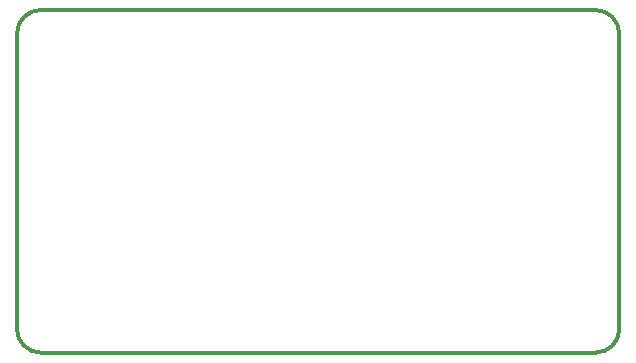
<source format=gbr>
G04 #@! TF.GenerationSoftware,KiCad,Pcbnew,(5.1.5-0-10_14)*
G04 #@! TF.CreationDate,2020-08-10T00:11:30+03:00*
G04 #@! TF.ProjectId,booster-op-amp,626f6f73-7465-4722-9d6f-702d616d702e,1*
G04 #@! TF.SameCoordinates,Original*
G04 #@! TF.FileFunction,Legend,Bot*
G04 #@! TF.FilePolarity,Positive*
%FSLAX46Y46*%
G04 Gerber Fmt 4.6, Leading zero omitted, Abs format (unit mm)*
G04 Created by KiCad (PCBNEW (5.1.5-0-10_14)) date 2020-08-10 00:11:30*
%MOMM*%
%LPD*%
G04 APERTURE LIST*
%ADD10C,0.300000*%
G04 APERTURE END LIST*
D10*
X166388000Y-83768000D02*
G75*
G02X168388000Y-85768000I0J-2000000D01*
G01*
X168388000Y-110768000D02*
G75*
G02X166388000Y-112768000I-2000000J0D01*
G01*
X119388000Y-112768000D02*
G75*
G02X117388000Y-110768000I0J2000000D01*
G01*
X117388000Y-85768000D02*
G75*
G02X119388000Y-83768000I2000000J0D01*
G01*
X119388000Y-112768000D02*
X166388000Y-112768000D01*
X117388000Y-85768000D02*
X117388000Y-110768000D01*
X166388000Y-83768000D02*
X119388000Y-83768000D01*
X168362000Y-110768000D02*
X168362000Y-85768000D01*
M02*

</source>
